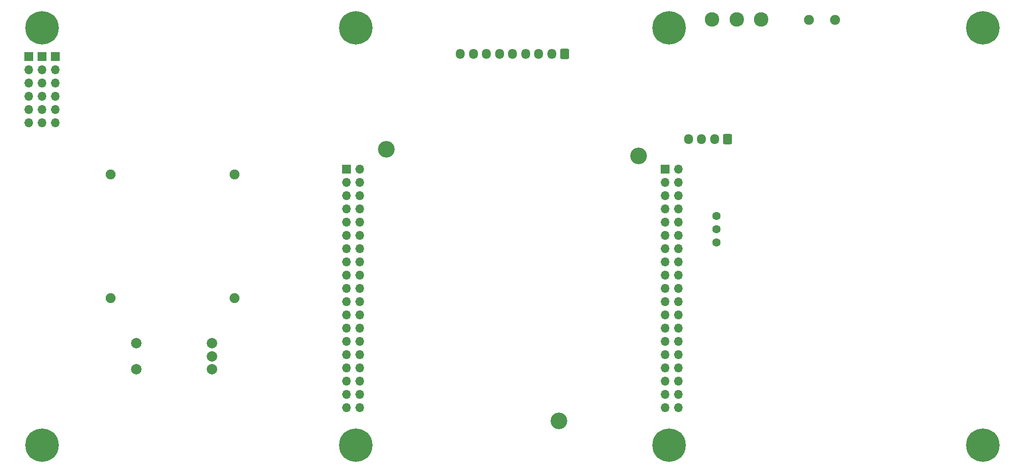
<source format=gbr>
%TF.GenerationSoftware,KiCad,Pcbnew,8.0.4-8.0.4-0~ubuntu22.04.1*%
%TF.CreationDate,2024-08-26T08:57:23+02:00*%
%TF.ProjectId,uC_TP_Boussole_mb,75435f54-505f-4426-9f75-73736f6c655f,rev?*%
%TF.SameCoordinates,Original*%
%TF.FileFunction,Soldermask,Bot*%
%TF.FilePolarity,Negative*%
%FSLAX46Y46*%
G04 Gerber Fmt 4.6, Leading zero omitted, Abs format (unit mm)*
G04 Created by KiCad (PCBNEW 8.0.4-8.0.4-0~ubuntu22.04.1) date 2024-08-26 08:57:23*
%MOMM*%
%LPD*%
G01*
G04 APERTURE LIST*
G04 Aperture macros list*
%AMRoundRect*
0 Rectangle with rounded corners*
0 $1 Rounding radius*
0 $2 $3 $4 $5 $6 $7 $8 $9 X,Y pos of 4 corners*
0 Add a 4 corners polygon primitive as box body*
4,1,4,$2,$3,$4,$5,$6,$7,$8,$9,$2,$3,0*
0 Add four circle primitives for the rounded corners*
1,1,$1+$1,$2,$3*
1,1,$1+$1,$4,$5*
1,1,$1+$1,$6,$7*
1,1,$1+$1,$8,$9*
0 Add four rect primitives between the rounded corners*
20,1,$1+$1,$2,$3,$4,$5,0*
20,1,$1+$1,$4,$5,$6,$7,0*
20,1,$1+$1,$6,$7,$8,$9,0*
20,1,$1+$1,$8,$9,$2,$3,0*%
G04 Aperture macros list end*
%ADD10C,6.400000*%
%ADD11RoundRect,0.250000X0.600000X0.725000X-0.600000X0.725000X-0.600000X-0.725000X0.600000X-0.725000X0*%
%ADD12O,1.700000X1.950000*%
%ADD13R,1.700000X1.700000*%
%ADD14O,1.700000X1.700000*%
%ADD15C,2.775000*%
%ADD16C,2.000000*%
%ADD17C,1.600000*%
%ADD18RoundRect,0.950000X-0.000010X0.000010X-0.000010X-0.000010X0.000010X-0.000010X0.000010X0.000010X0*%
%ADD19C,3.200000*%
%ADD20C,1.900000*%
G04 APERTURE END LIST*
D10*
%TO.C,H105*%
X235000000Y-135000000D03*
%TD*%
%TO.C,H102*%
X115000000Y-55000000D03*
%TD*%
D11*
%TO.C,J701*%
X155000000Y-60000000D03*
D12*
X152500000Y-60000000D03*
X150000000Y-60000000D03*
X147500000Y-60000000D03*
X145000000Y-60000000D03*
X142500000Y-60000000D03*
X140000000Y-60000000D03*
X137500000Y-60000000D03*
X135000000Y-60000000D03*
%TD*%
D13*
%TO.C,J502*%
X55000000Y-60500000D03*
D14*
X55000000Y-63040000D03*
X55000000Y-65580000D03*
X55000000Y-68120000D03*
X55000000Y-70660000D03*
X55000000Y-73200000D03*
%TD*%
D10*
%TO.C,H104*%
X235000000Y-55000000D03*
%TD*%
D15*
%TO.C,SW401*%
X192600000Y-53400000D03*
X187900000Y-53400000D03*
X183200000Y-53400000D03*
%TD*%
D16*
%TO.C,SW901*%
X87500000Y-120500000D03*
X87500000Y-115500000D03*
X87500000Y-118000000D03*
X73000000Y-120500000D03*
X73000000Y-115500000D03*
%TD*%
D10*
%TO.C,H103*%
X175000000Y-55000000D03*
%TD*%
D17*
%TO.C,U401*%
X184000000Y-91120000D03*
X184000000Y-93660000D03*
X184000000Y-96200000D03*
%TD*%
D18*
%TO.C,J403*%
X201750000Y-53500000D03*
X206750000Y-53500000D03*
%TD*%
D10*
%TO.C,H101*%
X55000000Y-55000000D03*
%TD*%
D19*
%TO.C,U501*%
X120870000Y-78330000D03*
X153890000Y-130400000D03*
X169130000Y-79600000D03*
D13*
X113250000Y-82140000D03*
D14*
X115790000Y-82140000D03*
X113250000Y-84680000D03*
X115790000Y-84680000D03*
X113250000Y-87220000D03*
X115790000Y-87220000D03*
X113250000Y-89760000D03*
X115790000Y-89760000D03*
X113250000Y-92300000D03*
X115790000Y-92300000D03*
X113250000Y-94840000D03*
X115790000Y-94840000D03*
X113250000Y-97380000D03*
X115790000Y-97380000D03*
X113250000Y-99920000D03*
X115790000Y-99920000D03*
X113250000Y-102460000D03*
X115790000Y-102460000D03*
X113250000Y-105000000D03*
X115790000Y-105000000D03*
X113250000Y-107540000D03*
X115790000Y-107540000D03*
X113250000Y-110080000D03*
X115790000Y-110080000D03*
X113250000Y-112620000D03*
X115790000Y-112620000D03*
X113250000Y-115160000D03*
X115790000Y-115160000D03*
X113250000Y-117700000D03*
X115790000Y-117700000D03*
X113250000Y-120240000D03*
X115790000Y-120240000D03*
X113250000Y-122780000D03*
X115790000Y-122780000D03*
X113250000Y-125320000D03*
X115790000Y-125320000D03*
X113250000Y-127860000D03*
X115790000Y-127860000D03*
D13*
X174210000Y-82150000D03*
D14*
X176750000Y-82150000D03*
X174210000Y-84680000D03*
X176750000Y-84680000D03*
X174210000Y-87220000D03*
X176750000Y-87220000D03*
X174210000Y-89760000D03*
X176750000Y-89760000D03*
X174210000Y-92300000D03*
X176750000Y-92300000D03*
X174210000Y-94840000D03*
X176750000Y-94840000D03*
X174210000Y-97380000D03*
X176750000Y-97380000D03*
X174210000Y-99920000D03*
X176750000Y-99920000D03*
X174210000Y-102460000D03*
X176750000Y-102460000D03*
X174210000Y-105000000D03*
X176750000Y-105000000D03*
X174210000Y-107540000D03*
X176750000Y-107540000D03*
X174210000Y-110080000D03*
X176750000Y-110080000D03*
X174210000Y-112620000D03*
X176750000Y-112620000D03*
X174210000Y-115160000D03*
X176750000Y-115160000D03*
X174210000Y-117700000D03*
X176750000Y-117700000D03*
X174210000Y-120240000D03*
X176750000Y-120240000D03*
X174210000Y-122780000D03*
X176750000Y-122780000D03*
X174210000Y-125320000D03*
X176750000Y-125320000D03*
X174210000Y-127860000D03*
X176750000Y-127860000D03*
%TD*%
D10*
%TO.C,H107*%
X115000000Y-135000000D03*
%TD*%
D13*
%TO.C,J501*%
X52460000Y-60500000D03*
D14*
X52460000Y-63040000D03*
X52460000Y-65580000D03*
X52460000Y-68120000D03*
X52460000Y-70660000D03*
X52460000Y-73200000D03*
%TD*%
D20*
%TO.C,J801*%
X68150000Y-83150000D03*
X68150000Y-106850000D03*
X91850000Y-83150000D03*
X91850000Y-106850000D03*
%TD*%
D13*
%TO.C,J503*%
X57540000Y-60500000D03*
D14*
X57540000Y-63040000D03*
X57540000Y-65580000D03*
X57540000Y-68120000D03*
X57540000Y-70660000D03*
X57540000Y-73200000D03*
%TD*%
D10*
%TO.C,H108*%
X55000000Y-135000000D03*
%TD*%
%TO.C,H106*%
X175000000Y-135000000D03*
%TD*%
D11*
%TO.C,J201*%
X186150000Y-76375000D03*
D12*
X183650000Y-76375000D03*
X181150000Y-76375000D03*
X178650000Y-76375000D03*
%TD*%
M02*

</source>
